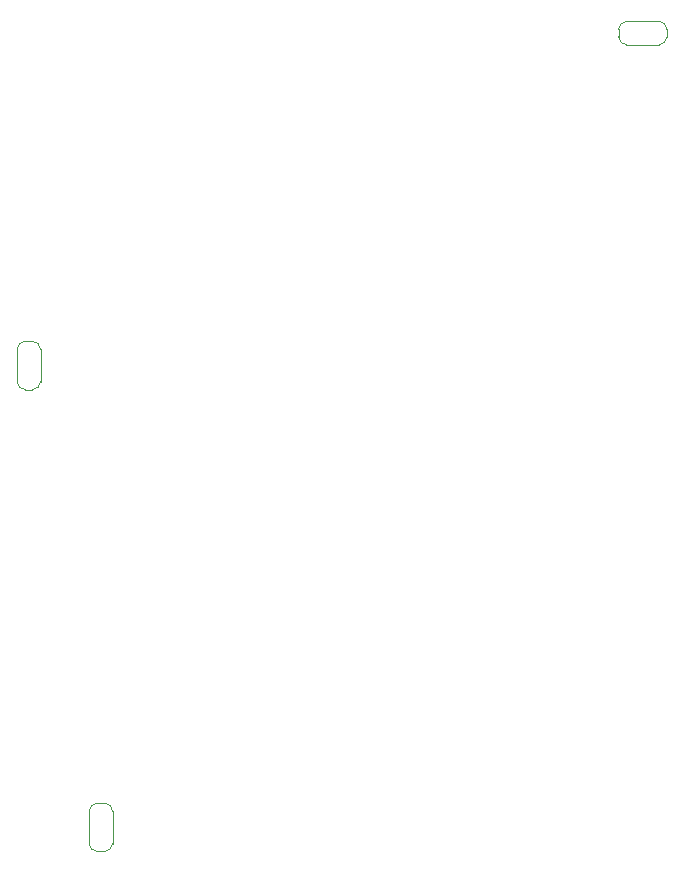
<source format=gbo>
G04 #@! TF.GenerationSoftware,KiCad,Pcbnew,8.0.6*
G04 #@! TF.CreationDate,2024-12-01T17:46:02+03:00*
G04 #@! TF.ProjectId,6502_v1,36353032-5f76-4312-9e6b-696361645f70,rev?*
G04 #@! TF.SameCoordinates,Original*
G04 #@! TF.FileFunction,Legend,Bot*
G04 #@! TF.FilePolarity,Positive*
%FSLAX46Y46*%
G04 Gerber Fmt 4.6, Leading zero omitted, Abs format (unit mm)*
G04 Created by KiCad (PCBNEW 8.0.6) date 2024-12-01 17:46:02*
%MOMM*%
%LPD*%
G01*
G04 APERTURE LIST*
G04 Aperture macros list*
%AMFreePoly0*
4,1,19,0.550000,-0.750000,0.000000,-0.750000,0.000000,-0.744911,-0.071157,-0.744911,-0.207708,-0.704816,-0.327430,-0.627875,-0.420627,-0.520320,-0.479746,-0.390866,-0.500000,-0.250000,-0.500000,0.250000,-0.479746,0.390866,-0.420627,0.520320,-0.327430,0.627875,-0.207708,0.704816,-0.071157,0.744911,0.000000,0.744911,0.000000,0.750000,0.550000,0.750000,0.550000,-0.750000,0.550000,-0.750000,
$1*%
%AMFreePoly1*
4,1,19,0.000000,0.744911,0.071157,0.744911,0.207708,0.704816,0.327430,0.627875,0.420627,0.520320,0.479746,0.390866,0.500000,0.250000,0.500000,-0.250000,0.479746,-0.390866,0.420627,-0.520320,0.327430,-0.627875,0.207708,-0.704816,0.071157,-0.744911,0.000000,-0.744911,0.000000,-0.750000,-0.550000,-0.750000,-0.550000,0.750000,0.000000,0.750000,0.000000,0.744911,0.000000,0.744911,
$1*%
G04 Aperture macros list end*
%ADD10C,0.120000*%
%ADD11R,1.600000X1.600000*%
%ADD12C,1.600000*%
%ADD13C,1.524000*%
%ADD14C,3.300000*%
%ADD15R,1.422400X1.422400*%
%ADD16C,1.422400*%
%ADD17R,1.700000X1.700000*%
%ADD18O,1.700000X1.700000*%
%ADD19C,4.000000*%
%ADD20O,1.600000X1.600000*%
%ADD21R,2.200000X2.200000*%
%ADD22O,2.200000X2.200000*%
%ADD23R,1.800000X1.800000*%
%ADD24C,1.800000*%
%ADD25C,1.500000*%
%ADD26R,4.600000X2.000000*%
%ADD27O,4.200000X2.000000*%
%ADD28O,2.000000X4.200000*%
%ADD29C,2.000000*%
%ADD30R,2.000000X2.000000*%
%ADD31R,2.500000X2.500000*%
%ADD32C,2.500000*%
%ADD33FreePoly0,90.000000*%
%ADD34R,1.500000X1.000000*%
%ADD35FreePoly1,90.000000*%
%ADD36FreePoly0,180.000000*%
%ADD37R,1.000000X1.500000*%
%ADD38FreePoly1,180.000000*%
%ADD39FreePoly0,270.000000*%
%ADD40FreePoly1,270.000000*%
G04 APERTURE END LIST*
D10*
X88750198Y-69678000D02*
X88750198Y-66878000D01*
X89450198Y-66228000D02*
X90050198Y-66228000D01*
X90050198Y-70328000D02*
X89450198Y-70328000D01*
X90750198Y-66878000D02*
X90750198Y-69678000D01*
X88750198Y-66928000D02*
G75*
G02*
X89450198Y-66228000I700000J0D01*
G01*
X89450198Y-70328000D02*
G75*
G02*
X88750198Y-69628000I-1J699999D01*
G01*
X90050198Y-66228000D02*
G75*
G02*
X90750198Y-66928000I0J-700000D01*
G01*
X90750198Y-69628000D02*
G75*
G02*
X90050198Y-70328000I-699999J-1D01*
G01*
X139682000Y-40432000D02*
X139682000Y-39832000D01*
X140332000Y-39132000D02*
X143132000Y-39132000D01*
X143132000Y-41132000D02*
X140332000Y-41132000D01*
X143782000Y-39832000D02*
X143782000Y-40432000D01*
X139682000Y-39832000D02*
G75*
G02*
X140382000Y-39132000I700000J0D01*
G01*
X140382000Y-41132000D02*
G75*
G02*
X139682000Y-40432000I0J700000D01*
G01*
X143082000Y-39132000D02*
G75*
G02*
X143782000Y-39832000I1J-699999D01*
G01*
X143782000Y-40432000D02*
G75*
G02*
X143082000Y-41132000I-699999J-1D01*
G01*
X94850198Y-108778000D02*
X94850198Y-105978000D01*
X95550198Y-105328000D02*
X96150198Y-105328000D01*
X96150198Y-109428000D02*
X95550198Y-109428000D01*
X96850198Y-105978000D02*
X96850198Y-108778000D01*
X94850198Y-106028000D02*
G75*
G02*
X95550198Y-105328000I699999J1D01*
G01*
X95550198Y-109428000D02*
G75*
G02*
X94850198Y-108728000I0J700000D01*
G01*
X96150198Y-105328000D02*
G75*
G02*
X96850198Y-106028000I1J-699999D01*
G01*
X96850198Y-108728000D02*
G75*
G02*
X96150198Y-109428000I-700000J0D01*
G01*
%LPC*%
D11*
X209650198Y-65878000D03*
D12*
X211650198Y-65878000D03*
D13*
X118450000Y-42800000D03*
X121050000Y-42800000D03*
X116350000Y-42800000D03*
X123150000Y-42800000D03*
X116350000Y-45300000D03*
X123150000Y-45300000D03*
D14*
X113000000Y-39800000D03*
X119750000Y-39000000D03*
X126500000Y-39800000D03*
D15*
X207450198Y-108846000D03*
D16*
X204910198Y-108846000D03*
X207450198Y-106306000D03*
X204910198Y-106306000D03*
X207450198Y-103766000D03*
X204910198Y-103766000D03*
X207450198Y-101226000D03*
X204910198Y-101226000D03*
X207450198Y-98686000D03*
X204910198Y-98686000D03*
X207450198Y-96146000D03*
X204910198Y-93606000D03*
X204910198Y-96146000D03*
X202370198Y-93606000D03*
X202370198Y-96146000D03*
X199830198Y-93606000D03*
X199830198Y-96146000D03*
X197290198Y-93606000D03*
X197290198Y-96146000D03*
X194750198Y-93606000D03*
X194750198Y-96146000D03*
X192210198Y-93606000D03*
X192210198Y-96146000D03*
X189670198Y-93606000D03*
X189670198Y-96146000D03*
X187130198Y-93606000D03*
X187130198Y-96146000D03*
X184590198Y-93606000D03*
X184590198Y-96146000D03*
X182050198Y-93606000D03*
X182050198Y-96146000D03*
X179510198Y-93606000D03*
X176970198Y-96146000D03*
X179510198Y-96146000D03*
X176970198Y-98686000D03*
X179510198Y-98686000D03*
X176970198Y-101226000D03*
X179510198Y-101226000D03*
X176970198Y-103766000D03*
X179510198Y-103766000D03*
X176970198Y-106306000D03*
X179510198Y-106306000D03*
X176970198Y-108846000D03*
X179510198Y-108846000D03*
X176970198Y-111386000D03*
X179510198Y-111386000D03*
X176970198Y-113926000D03*
X179510198Y-113926000D03*
X176970198Y-116466000D03*
X179510198Y-116466000D03*
X176970198Y-119006000D03*
X179510198Y-119006000D03*
X176970198Y-121546000D03*
X179510198Y-124086000D03*
X179510198Y-121546000D03*
X182050198Y-124086000D03*
X182050198Y-121546000D03*
X184590198Y-124086000D03*
X184590198Y-121546000D03*
X187130198Y-124086000D03*
X187130198Y-121546000D03*
X189670198Y-124086000D03*
X189670198Y-121546000D03*
X192210198Y-124086000D03*
X192210198Y-121546000D03*
X194750198Y-124086000D03*
X194750198Y-121546000D03*
X197290198Y-124086000D03*
X197290198Y-121546000D03*
X199830198Y-124086000D03*
X199830198Y-121546000D03*
X202370198Y-124086000D03*
X202370198Y-121546000D03*
X204910198Y-124086000D03*
X207450198Y-121546000D03*
X204910198Y-121546000D03*
X207450198Y-119006000D03*
X204910198Y-119006000D03*
X207450198Y-116466000D03*
X204910198Y-116466000D03*
X207450198Y-113926000D03*
X204910198Y-113926000D03*
X207450198Y-111386000D03*
X204910198Y-111386000D03*
D17*
X138362198Y-88729200D03*
D18*
X135822198Y-88729200D03*
X133282198Y-88729200D03*
X130742198Y-88729200D03*
X128202198Y-88729200D03*
X125662198Y-88729200D03*
X123122198Y-88729200D03*
X120582198Y-88729200D03*
X118042198Y-88729200D03*
X115502198Y-88729200D03*
X112962198Y-88729200D03*
X110422198Y-88729200D03*
D17*
X211950198Y-85678000D03*
D19*
X160579998Y-46078000D03*
X135579998Y-46078000D03*
D11*
X143764998Y-48128000D03*
D12*
X146054998Y-48128000D03*
X148344998Y-48128000D03*
X150634998Y-48128000D03*
X152924998Y-48128000D03*
X142619998Y-46148000D03*
X144909998Y-46148000D03*
X147199998Y-46148000D03*
X149489998Y-46148000D03*
X151779998Y-46148000D03*
X143764998Y-44168000D03*
X146054998Y-44168000D03*
X148344998Y-44168000D03*
X150634998Y-44168000D03*
X152924998Y-44168000D03*
X134950198Y-62538000D03*
D20*
X134950198Y-52378000D03*
D12*
X84200198Y-101178000D03*
X86700198Y-101178000D03*
D17*
X189650198Y-152478000D03*
D21*
X97800198Y-111208000D03*
D22*
X97800198Y-101048000D03*
D23*
X170594798Y-40078000D03*
D24*
X172753798Y-40078000D03*
X174912798Y-40078000D03*
X177071798Y-40078000D03*
D17*
X108650198Y-128678000D03*
D12*
X146000000Y-65450000D03*
X146000000Y-67950000D03*
D11*
X219005311Y-87878000D03*
D12*
X217005311Y-87878000D03*
X219600198Y-150378000D03*
X217100198Y-150378000D03*
X169500198Y-90478000D03*
X167000198Y-90478000D03*
X218400198Y-79078000D03*
X220900198Y-79078000D03*
D17*
X143650198Y-128678000D03*
D12*
X81500198Y-61478000D03*
X79000198Y-61478000D03*
D17*
X217025198Y-98803000D03*
D18*
X219565198Y-98803000D03*
X217025198Y-96263000D03*
X219565198Y-96263000D03*
X217025198Y-93723000D03*
X219565198Y-93723000D03*
D12*
X169248598Y-55658400D03*
D20*
X169248598Y-45498400D03*
D12*
X185700198Y-88678000D03*
X183200198Y-88678000D03*
D17*
X140847991Y-110896022D03*
D18*
X138307991Y-110896022D03*
X135767991Y-110896022D03*
X133227991Y-110896022D03*
X130687991Y-110896022D03*
X128147991Y-110896022D03*
X125607991Y-110896022D03*
X123067991Y-110896022D03*
D17*
X216825198Y-146678000D03*
D18*
X219365198Y-146678000D03*
X216825198Y-144138000D03*
X219365198Y-144138000D03*
X216825198Y-141598000D03*
X219365198Y-141598000D03*
X216825198Y-139058000D03*
X219365198Y-139058000D03*
X216825198Y-136518000D03*
X219365198Y-136518000D03*
X216825198Y-133978000D03*
X219365198Y-133978000D03*
X216825198Y-131438000D03*
X219365198Y-131438000D03*
X216825198Y-128898000D03*
X219365198Y-128898000D03*
X216825198Y-126358000D03*
X219365198Y-126358000D03*
X216825198Y-123818000D03*
X219365198Y-123818000D03*
X216825198Y-121278000D03*
X219365198Y-121278000D03*
X216825198Y-118738000D03*
X219365198Y-118738000D03*
D12*
X194798000Y-129540000D03*
X192298000Y-129540000D03*
X96250198Y-54078000D03*
X98750198Y-54078000D03*
X166175198Y-55633000D03*
D20*
X166175198Y-45473000D03*
D21*
X206570198Y-51878000D03*
D22*
X216730198Y-51878000D03*
D12*
X167650198Y-111978000D03*
X167650198Y-114478000D03*
D21*
X194130198Y-55778000D03*
D22*
X183970198Y-55778000D03*
D25*
X97950198Y-57578000D03*
X101750198Y-57578000D03*
D17*
X187800198Y-137088000D03*
D18*
X190340198Y-137088000D03*
X187800198Y-139628000D03*
X190340198Y-139628000D03*
X187800198Y-142168000D03*
X190340198Y-142168000D03*
X187800198Y-144708000D03*
X190340198Y-144708000D03*
X187800198Y-147248000D03*
X190340198Y-147248000D03*
D26*
X214518000Y-48464000D03*
D27*
X214518000Y-42164000D03*
D28*
X209718000Y-45564000D03*
D29*
X158696998Y-111539600D03*
X158696998Y-118039600D03*
X154196998Y-111539600D03*
X154196998Y-118039600D03*
D17*
X131250198Y-152478000D03*
D12*
X103450198Y-54078000D03*
X100950198Y-54078000D03*
D17*
X203386198Y-47364200D03*
D18*
X203386198Y-44824200D03*
X200846198Y-47364200D03*
X200846198Y-44824200D03*
X198306198Y-47364200D03*
X198306198Y-44824200D03*
X195766198Y-47364200D03*
X195766198Y-44824200D03*
X193226198Y-47364200D03*
X193226198Y-44824200D03*
X190686198Y-47364200D03*
X190686198Y-44824200D03*
X188146198Y-47364200D03*
X188146198Y-44824200D03*
X185606198Y-47364200D03*
X185606198Y-44824200D03*
X183066198Y-47364200D03*
X183066198Y-44824200D03*
D12*
X172050198Y-98328000D03*
X172050198Y-95828000D03*
D17*
X173650198Y-85678000D03*
D11*
X125475198Y-49278000D03*
D20*
X122935198Y-49278000D03*
X120395198Y-49278000D03*
X117855198Y-49278000D03*
X115315198Y-49278000D03*
X112775198Y-49278000D03*
X110235198Y-49278000D03*
X110235198Y-56898000D03*
X112775198Y-56898000D03*
X115315198Y-56898000D03*
X117855198Y-56898000D03*
X120395198Y-56898000D03*
X122935198Y-56898000D03*
X125475198Y-56898000D03*
D30*
X149750198Y-60978000D03*
D29*
X149750198Y-53378000D03*
D21*
X218050198Y-112558000D03*
D22*
X218050198Y-102398000D03*
D12*
X217800198Y-115478000D03*
X220300198Y-115478000D03*
X160800198Y-57378000D03*
X163300198Y-57378000D03*
D25*
X82600198Y-143478000D03*
X87500198Y-143478000D03*
D21*
X197970198Y-83178000D03*
D22*
X208130198Y-83178000D03*
D11*
X105073198Y-148475000D03*
D20*
X107613198Y-148475000D03*
X110153198Y-148475000D03*
X112693198Y-148475000D03*
X115233198Y-148475000D03*
X117773198Y-148475000D03*
X120313198Y-148475000D03*
X122853198Y-148475000D03*
X125393198Y-148475000D03*
X127933198Y-148475000D03*
X130473198Y-148475000D03*
X133013198Y-148475000D03*
X135553198Y-148475000D03*
X138093198Y-148475000D03*
X138093198Y-133235000D03*
X135553198Y-133235000D03*
X133013198Y-133235000D03*
X130473198Y-133235000D03*
X127933198Y-133235000D03*
X125393198Y-133235000D03*
X122853198Y-133235000D03*
X120313198Y-133235000D03*
X117773198Y-133235000D03*
X115233198Y-133235000D03*
X112693198Y-133235000D03*
X110153198Y-133235000D03*
X107613198Y-133235000D03*
X105073198Y-133235000D03*
D12*
X111150198Y-71378000D03*
X111150198Y-73878000D03*
X215050198Y-115328000D03*
X215050198Y-112828000D03*
X198628000Y-146070000D03*
X198628000Y-148570000D03*
D21*
X96450198Y-83678000D03*
D22*
X96450198Y-93838000D03*
D12*
X147252198Y-130365200D03*
X147252198Y-127865200D03*
D17*
X151450198Y-152478000D03*
D11*
X77397198Y-105918000D03*
D20*
X77397198Y-108458000D03*
X77397198Y-110998000D03*
X77397198Y-113538000D03*
X77397198Y-116078000D03*
X77397198Y-118618000D03*
X77397198Y-121158000D03*
X77397198Y-123698000D03*
X77397198Y-126238000D03*
X77397198Y-128778000D03*
X77397198Y-131318000D03*
X77397198Y-133858000D03*
X77397198Y-136398000D03*
X77397198Y-138938000D03*
X92637198Y-138938000D03*
X92637198Y-136398000D03*
X92637198Y-133858000D03*
X92637198Y-131318000D03*
X92637198Y-128778000D03*
X92637198Y-126238000D03*
X92637198Y-123698000D03*
X92637198Y-121158000D03*
X92637198Y-118618000D03*
X92637198Y-116078000D03*
X92637198Y-113538000D03*
X92637198Y-110998000D03*
X92637198Y-108458000D03*
X92637198Y-105918000D03*
D12*
X103350000Y-48700000D03*
X105850000Y-48700000D03*
D11*
X130170198Y-60978000D03*
D20*
X127630198Y-60978000D03*
X125090198Y-60978000D03*
X122550198Y-60978000D03*
X120010198Y-60978000D03*
X117470198Y-60978000D03*
X114930198Y-60978000D03*
X112390198Y-60978000D03*
X109850198Y-60978000D03*
X107310198Y-60978000D03*
X104770198Y-60978000D03*
X102230198Y-60978000D03*
X99690198Y-60978000D03*
X97150198Y-60978000D03*
X97150198Y-68598000D03*
X99690198Y-68598000D03*
X102230198Y-68598000D03*
X104770198Y-68598000D03*
X107310198Y-68598000D03*
X109850198Y-68598000D03*
X112390198Y-68598000D03*
X114930198Y-68598000D03*
X117470198Y-68598000D03*
X120010198Y-68598000D03*
X122550198Y-68598000D03*
X125090198Y-68598000D03*
X127630198Y-68598000D03*
X130170198Y-68598000D03*
D12*
X212050198Y-91228000D03*
X212050198Y-93728000D03*
D11*
X147237198Y-148475000D03*
D20*
X149777198Y-148475000D03*
X152317198Y-148475000D03*
X154857198Y-148475000D03*
X157397198Y-148475000D03*
X159937198Y-148475000D03*
X162477198Y-148475000D03*
X165017198Y-148475000D03*
X167557198Y-148475000D03*
X170097198Y-148475000D03*
X172637198Y-148475000D03*
X175177198Y-148475000D03*
X177717198Y-148475000D03*
X180257198Y-148475000D03*
X180257198Y-133235000D03*
X177717198Y-133235000D03*
X175177198Y-133235000D03*
X172637198Y-133235000D03*
X170097198Y-133235000D03*
X167557198Y-133235000D03*
X165017198Y-133235000D03*
X162477198Y-133235000D03*
X159937198Y-133235000D03*
X157397198Y-133235000D03*
X154857198Y-133235000D03*
X152317198Y-133235000D03*
X149777198Y-133235000D03*
X147237198Y-133235000D03*
D23*
X224625198Y-65578000D03*
D24*
X222085198Y-65578000D03*
D12*
X92650198Y-142428000D03*
X92650198Y-144928000D03*
D31*
X206270198Y-141898000D03*
D32*
X206270198Y-134278000D03*
X198650198Y-134278000D03*
X198650198Y-141898000D03*
D12*
X95650198Y-139028000D03*
X95650198Y-141528000D03*
D17*
X225139231Y-44938070D03*
D18*
X225139231Y-47478070D03*
X225139231Y-50018070D03*
D12*
X214850198Y-106328000D03*
X214850198Y-103828000D03*
X167650198Y-119528000D03*
X167650198Y-117028000D03*
X77450198Y-142228000D03*
X77450198Y-144728000D03*
X175352998Y-55658400D03*
D20*
X175352998Y-45498400D03*
D12*
X105037398Y-130517600D03*
X105037398Y-128017600D03*
X178392598Y-55658400D03*
D20*
X178392598Y-45498400D03*
D11*
X158593198Y-92155000D03*
D20*
X156053198Y-92155000D03*
X153513198Y-92155000D03*
X150973198Y-92155000D03*
X148433198Y-92155000D03*
X145893198Y-92155000D03*
X143353198Y-92155000D03*
X140813198Y-92155000D03*
X138273198Y-92155000D03*
X135733198Y-92155000D03*
X133193198Y-92155000D03*
X130653198Y-92155000D03*
X128113198Y-92155000D03*
X125573198Y-92155000D03*
X123033198Y-92155000D03*
X120493198Y-92155000D03*
X117953198Y-92155000D03*
X115413198Y-92155000D03*
X112873198Y-92155000D03*
X110333198Y-92155000D03*
X110333198Y-107395000D03*
X112873198Y-107395000D03*
X115413198Y-107395000D03*
X117953198Y-107395000D03*
X120493198Y-107395000D03*
X123033198Y-107395000D03*
X125573198Y-107395000D03*
X128113198Y-107395000D03*
X130653198Y-107395000D03*
X133193198Y-107395000D03*
X135733198Y-107395000D03*
X138273198Y-107395000D03*
X140813198Y-107395000D03*
X143353198Y-107395000D03*
X145893198Y-107395000D03*
X148433198Y-107395000D03*
X150973198Y-107395000D03*
X153513198Y-107395000D03*
X156053198Y-107395000D03*
X158593198Y-107395000D03*
D12*
X92611398Y-101276800D03*
X95111398Y-101276800D03*
D17*
X143650198Y-150278000D03*
D12*
X216650198Y-71358000D03*
D20*
X216650198Y-61198000D03*
D12*
X147300198Y-110628000D03*
X144800198Y-110628000D03*
D17*
X143650198Y-132478000D03*
X212050198Y-79478000D03*
D18*
X209510198Y-79478000D03*
X206970198Y-79478000D03*
X204430198Y-79478000D03*
D12*
X128450198Y-53928000D03*
X128450198Y-51428000D03*
X162365198Y-101988000D03*
D20*
X162365198Y-91828000D03*
D12*
X140950198Y-62558000D03*
D20*
X140950198Y-52398000D03*
D17*
X104975198Y-44878000D03*
D18*
X102435198Y-44878000D03*
X99895198Y-44878000D03*
X97355198Y-44878000D03*
X94815198Y-44878000D03*
X92275198Y-44878000D03*
D12*
X137950198Y-62558000D03*
D20*
X137950198Y-52398000D03*
D17*
X97850198Y-152478000D03*
D12*
X150350198Y-122178000D03*
D20*
X150350198Y-112018000D03*
D17*
X111866002Y-110889515D03*
D18*
X114406002Y-110889515D03*
X116946002Y-110889515D03*
X119486002Y-110889515D03*
D11*
X86005311Y-149678000D03*
D12*
X84005311Y-149678000D03*
D11*
X77397198Y-65158000D03*
D20*
X77397198Y-67698000D03*
X77397198Y-70238000D03*
X77397198Y-72778000D03*
X77397198Y-75318000D03*
X77397198Y-77858000D03*
X77397198Y-80398000D03*
X77397198Y-82938000D03*
X77397198Y-85478000D03*
X77397198Y-88018000D03*
X77397198Y-90558000D03*
X77397198Y-93098000D03*
X77397198Y-95638000D03*
X77397198Y-98178000D03*
X92637198Y-98178000D03*
X92637198Y-95638000D03*
X92637198Y-93098000D03*
X92637198Y-90558000D03*
X92637198Y-88018000D03*
X92637198Y-85478000D03*
X92637198Y-82938000D03*
X92637198Y-80398000D03*
X92637198Y-77858000D03*
X92637198Y-75318000D03*
X92637198Y-72778000D03*
X92637198Y-70238000D03*
X92637198Y-67698000D03*
X92637198Y-65158000D03*
D11*
X205926198Y-60332000D03*
D20*
X203386198Y-60332000D03*
X200846198Y-60332000D03*
X198306198Y-60332000D03*
X195766198Y-60332000D03*
X193226198Y-60332000D03*
X190686198Y-60332000D03*
X188146198Y-60332000D03*
X185606198Y-60332000D03*
X183066198Y-60332000D03*
X180526198Y-60332000D03*
X177986198Y-60332000D03*
X175446198Y-60332000D03*
X172906198Y-60332000D03*
X170366198Y-60332000D03*
X167826198Y-60332000D03*
X165286198Y-60332000D03*
X162746198Y-60332000D03*
X160206198Y-60332000D03*
X157666198Y-60332000D03*
X157666198Y-75572000D03*
X160206198Y-75572000D03*
X162746198Y-75572000D03*
X165286198Y-75572000D03*
X167826198Y-75572000D03*
X170366198Y-75572000D03*
X172906198Y-75572000D03*
X175446198Y-75572000D03*
X177986198Y-75572000D03*
X180526198Y-75572000D03*
X183066198Y-75572000D03*
X185606198Y-75572000D03*
X188146198Y-75572000D03*
X190686198Y-75572000D03*
X193226198Y-75572000D03*
X195766198Y-75572000D03*
X198306198Y-75572000D03*
X200846198Y-75572000D03*
X203386198Y-75572000D03*
X205926198Y-75572000D03*
D12*
X225000198Y-86278000D03*
X227500198Y-86278000D03*
X179850198Y-39578000D03*
X179850198Y-37078000D03*
X172296598Y-55658400D03*
D20*
X172296598Y-45498400D03*
D29*
X165700198Y-87228000D03*
X165700198Y-80728000D03*
X170200198Y-87228000D03*
X170200198Y-80728000D03*
D21*
X194050198Y-139798000D03*
D22*
X194050198Y-149958000D03*
D21*
X154050198Y-75920000D03*
D22*
X154050198Y-86080000D03*
D12*
X141050198Y-152028000D03*
X141050198Y-149528000D03*
D33*
X89750198Y-69578000D03*
D34*
X89750198Y-68278000D03*
D35*
X89750198Y-66978000D03*
D36*
X143032000Y-40132000D03*
D37*
X141732000Y-40132000D03*
D38*
X140432000Y-40132000D03*
D39*
X95850198Y-106078000D03*
D34*
X95850198Y-107378000D03*
D40*
X95850198Y-108678000D03*
%LPD*%
M02*

</source>
